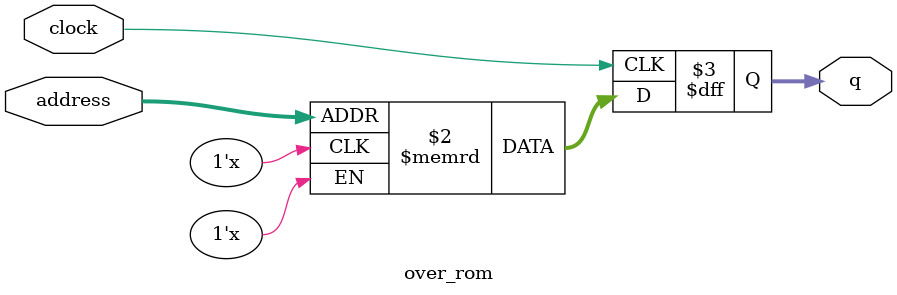
<source format=sv>
module over_rom (
	input logic clock,
	input logic [15:0] address,
	output logic [3:0] q
);

logic [3:0] memory [0:59999] /* synthesis ram_init_file = "./over/over.mif" */;

always_ff @ (posedge clock) begin
	q <= memory[address];
end

endmodule

</source>
